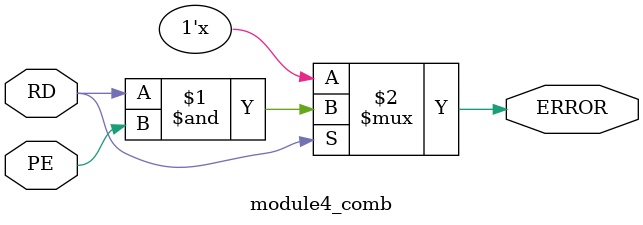
<source format=v>
module module4_comb (
    input  RD, PE,
    output ERROR
);
    assign ERROR = RD ? RD & PE : 1'bz;

endmodule
</source>
